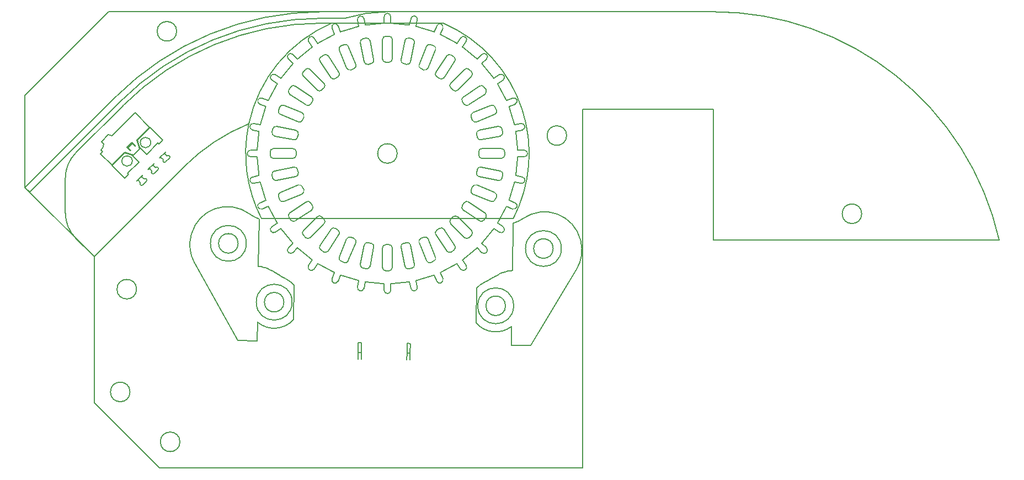
<source format=gbr>
%TF.GenerationSoftware,KiCad,Pcbnew,5.1.7+dfsg1-1~bpo10+1*%
%TF.CreationDate,2020-11-15T21:32:18+00:00*%
%TF.ProjectId,mobo,6d6f626f-2e6b-4696-9361-645f70636258,rev?*%
%TF.SameCoordinates,Original*%
%TF.FileFunction,Other,ECO1*%
%FSLAX45Y45*%
G04 Gerber Fmt 4.5, Leading zero omitted, Abs format (unit mm)*
G04 Created by KiCad (PCBNEW 5.1.7+dfsg1-1~bpo10+1) date 2020-11-15 21:32:18*
%MOMM*%
%LPD*%
G01*
G04 APERTURE LIST*
%TA.AperFunction,Profile*%
%ADD10C,0.200000*%
%TD*%
%ADD11C,0.200000*%
G04 APERTURE END LIST*
D10*
X10078686Y-16898000D02*
G75*
G03*
X10078686Y-16898000I-150000J0D01*
G01*
X9313000Y-16132314D02*
G75*
G03*
X9313000Y-16132314I-150000J0D01*
G01*
X18263000Y-11798000D02*
X16263000Y-11798000D01*
X18263000Y-13798000D02*
X18263000Y-11798000D01*
X10029424Y-10598000D02*
G75*
G03*
X10029424Y-10598000I-150000J0D01*
G01*
X20541427Y-13398000D02*
G75*
G03*
X20541427Y-13398000I-150000J0D01*
G01*
X8984826Y-10298000D02*
X18263000Y-10298000D01*
X7702340Y-11580485D02*
X8984826Y-10298000D01*
X10972211Y-13852451D02*
G75*
G03*
X10972211Y-13852451I-150000J0D01*
G01*
X15074964Y-14810514D02*
G75*
G03*
X15074964Y-14810514I-150000J0D01*
G01*
X11675420Y-14754866D02*
G75*
G03*
X11675420Y-14754866I-150000J0D01*
G01*
X16263000Y-17298000D02*
X9763000Y-17298000D01*
X16263000Y-11798000D02*
X16263000Y-17298000D01*
X13413000Y-12473000D02*
G75*
G03*
X13413000Y-12473000I-150000J0D01*
G01*
X9413000Y-14555359D02*
G75*
G03*
X9413000Y-14555359I-150000J0D01*
G01*
X7702340Y-12994699D02*
X7702340Y-11580485D01*
X8763000Y-14055359D02*
X7702340Y-12994699D01*
X15807333Y-13931598D02*
G75*
G03*
X15807333Y-13931598I-150000J0D01*
G01*
X8763000Y-16298000D02*
X8763000Y-14055359D01*
X9763000Y-17298000D02*
X8763000Y-16298000D01*
X22650482Y-13798000D02*
X18263000Y-13798000D01*
X18263000Y-10298000D02*
G75*
G02*
X22650482Y-13798000I0J-4500000D01*
G01*
X16013000Y-12198000D02*
G75*
G03*
X16013000Y-12198000I-150000J0D01*
G01*
D11*
X18263035Y-11797486D02*
X16263035Y-11797486D01*
X18263035Y-13797485D02*
X18263035Y-11797486D01*
X22650518Y-13797485D02*
X18263035Y-13797485D01*
X18263036Y-10297485D02*
G75*
G02*
X22650518Y-13797485I0J-4500000D01*
G01*
X8984861Y-10297486D02*
X18263035Y-10297486D01*
X9365409Y-12497622D02*
X9232826Y-12453427D01*
X9460868Y-12402162D02*
X9365409Y-12497622D01*
X9416674Y-12269580D02*
X9460868Y-12402162D01*
X9614664Y-12071590D02*
X9416674Y-12269580D01*
X9388390Y-11845316D02*
X9614664Y-12071590D01*
X9034836Y-12198869D02*
X9388390Y-11845316D01*
X8979047Y-12187628D02*
X9034836Y-12198869D01*
X8875598Y-12291078D02*
X8979047Y-12187628D01*
X14935586Y-13138219D02*
X14916452Y-13184413D01*
X14908526Y-13072891D02*
G75*
G02*
X14935586Y-13138219I-19134J-46194D01*
G01*
X14631362Y-12958086D02*
X14908526Y-13072891D01*
X14566034Y-12985145D02*
G75*
G02*
X14631362Y-12958086I46194J-19134D01*
G01*
X14546900Y-13031339D02*
X14566034Y-12985145D01*
X14573960Y-13096667D02*
G75*
G02*
X14546900Y-13031339I19134J46194D01*
G01*
X14851123Y-13211472D02*
X14573960Y-13096667D01*
X14916452Y-13184413D02*
G75*
G02*
X14851123Y-13211472I-46194J19134D01*
G01*
X15063035Y-12447485D02*
X15063035Y-12497485D01*
X15013035Y-12397485D02*
G75*
G02*
X15063035Y-12447485I0J-50000D01*
G01*
X14713035Y-12397485D02*
X15013035Y-12397485D01*
X14663035Y-12447485D02*
G75*
G02*
X14713035Y-12397485I50000J0D01*
G01*
X14663035Y-12497485D02*
X14663035Y-12447485D01*
X14713035Y-12547485D02*
G75*
G02*
X14663035Y-12497485I0J50000D01*
G01*
X15013035Y-12547485D02*
X14713035Y-12547485D01*
X15063035Y-12497485D02*
G75*
G02*
X15013035Y-12547485I-50000J0D01*
G01*
X14916452Y-11760558D02*
X14935586Y-11806752D01*
X14851123Y-11733499D02*
G75*
G02*
X14916452Y-11760558I19134J-46194D01*
G01*
X14573960Y-11848304D02*
X14851123Y-11733499D01*
X14546900Y-11913632D02*
G75*
G02*
X14573960Y-11848304I46194J19134D01*
G01*
X14566034Y-11959826D02*
X14546900Y-11913632D01*
X14631362Y-11986886D02*
G75*
G02*
X14566034Y-11959826I-19134J46194D01*
G01*
X14908526Y-11872080D02*
X14631362Y-11986885D01*
X14935586Y-11806752D02*
G75*
G02*
X14908526Y-11872080I-46194J-19134D01*
G01*
X14518150Y-11182016D02*
X14553505Y-11217371D01*
X14447439Y-11182016D02*
G75*
G02*
X14518150Y-11182016I35355J-35355D01*
G01*
X14235307Y-11394148D02*
X14447439Y-11182016D01*
X14235307Y-11464858D02*
G75*
G02*
X14235307Y-11394148I35355J35355D01*
G01*
X14270663Y-11500214D02*
X14235307Y-11464858D01*
X14341373Y-11500214D02*
G75*
G02*
X14270663Y-11500214I-35355J35355D01*
G01*
X14553505Y-11288082D02*
X14341373Y-11500214D01*
X14553505Y-11217371D02*
G75*
G02*
X14553505Y-11288082I-35355J-35355D01*
G01*
X13928769Y-10799935D02*
X13974963Y-10819070D01*
X13863441Y-10826995D02*
G75*
G02*
X13928769Y-10799935I46194J-19134D01*
G01*
X13748636Y-11104159D02*
X13863441Y-10826995D01*
X13775695Y-11169487D02*
G75*
G02*
X13748636Y-11104159I19134J46194D01*
G01*
X13821889Y-11188621D02*
X13775695Y-11169487D01*
X13887217Y-11161562D02*
G75*
G02*
X13821889Y-11188621I-46194J19134D01*
G01*
X14002022Y-10884398D02*
X13887217Y-11161562D01*
X13974963Y-10819070D02*
G75*
G02*
X14002022Y-10884398I-19134J-46194D01*
G01*
X13238036Y-10672486D02*
X13288036Y-10672486D01*
X13188036Y-10722486D02*
G75*
G02*
X13238036Y-10672486I50000J0D01*
G01*
X13188036Y-11022486D02*
X13188036Y-10722486D01*
X13238036Y-11072486D02*
G75*
G02*
X13188036Y-11022486I0J50000D01*
G01*
X13288036Y-11072486D02*
X13238036Y-11072486D01*
X13338036Y-11022486D02*
G75*
G02*
X13288036Y-11072486I-50000J0D01*
G01*
X7702375Y-11579971D02*
X8984861Y-10297486D01*
X7702375Y-12994185D02*
X7702375Y-11579971D01*
X8763036Y-14054845D02*
X7702375Y-12994185D01*
X8763036Y-16297485D02*
X8763036Y-14054845D01*
X9763036Y-17297485D02*
X8763036Y-16297485D01*
X16263035Y-17297485D02*
X9763036Y-17297485D01*
X16263035Y-11797486D02*
X16263035Y-17297485D01*
X9313036Y-16131800D02*
G75*
G03*
X9313036Y-16131800I-150000J0D01*
G01*
X10029459Y-10597486D02*
G75*
G03*
X10029459Y-10597486I-150000J0D01*
G01*
X10078721Y-16897485D02*
G75*
G03*
X10078721Y-16897485I-150000J0D01*
G01*
X9413036Y-14554845D02*
G75*
G03*
X9413036Y-14554845I-150000J0D01*
G01*
X20541463Y-13397485D02*
G75*
G03*
X20541463Y-13397485I-150000J0D01*
G01*
X16013035Y-12197486D02*
G75*
G03*
X16013035Y-12197486I-150000J0D01*
G01*
X13413036Y-12472485D02*
G75*
G03*
X13413036Y-12472485I-150000J0D01*
G01*
X15807368Y-13931084D02*
G75*
G03*
X15807368Y-13931084I-150000J0D01*
G01*
X9348182Y-12587778D02*
G75*
G03*
X9348182Y-12587778I-80000J0D01*
G01*
X9341681Y-12498643D02*
X9448494Y-12605455D01*
X9233553Y-12462600D02*
X9341681Y-12498643D01*
X9039786Y-12656367D02*
X9233553Y-12462600D01*
X9232826Y-12849407D02*
X9039786Y-12656367D01*
X9289395Y-12792839D02*
X9232826Y-12849407D01*
X9275253Y-12778696D02*
X9289395Y-12792839D01*
X9448494Y-12605455D02*
X9275253Y-12778696D01*
X9631024Y-12304935D02*
G75*
G03*
X9631024Y-12304935I-80000J0D01*
G01*
X9619614Y-12076539D02*
X9812654Y-12269580D01*
X9425847Y-12270306D02*
X9619614Y-12076539D01*
X9461889Y-12378435D02*
X9425847Y-12270306D01*
X11800455Y-14754352D02*
G75*
G03*
X11800455Y-14754352I-275000J0D01*
G01*
X11097246Y-13851937D02*
G75*
G03*
X11097246Y-13851937I-275000J0D01*
G01*
X11285452Y-14204977D02*
X11284416Y-14204898D01*
X11409974Y-14233304D02*
X11390101Y-14226268D01*
X11390101Y-14226268D02*
X11368599Y-14219726D01*
X11368599Y-14219726D02*
X11345490Y-14213951D01*
X11345490Y-14213951D02*
X11325023Y-14209919D01*
X11325023Y-14209919D02*
X11303469Y-14206764D01*
X11303469Y-14206764D02*
X11285452Y-14204977D01*
X10258613Y-13701184D02*
X10253327Y-13719695D01*
X10258613Y-13701184D02*
G75*
G02*
X11145790Y-13399533I548089J-156519D01*
G01*
X11296310Y-13478292D02*
G75*
G02*
X11145790Y-13399533I176669J520853D01*
G01*
X11284416Y-14204898D02*
X11296310Y-13478292D01*
X11617545Y-13072891D02*
X11894709Y-12958086D01*
X11590485Y-13138219D02*
G75*
G02*
X11617545Y-13072891I46194J19134D01*
G01*
X12007921Y-13762955D02*
X11972566Y-13727600D01*
X12078632Y-13762955D02*
G75*
G02*
X12007921Y-13762955I-35355J35355D01*
G01*
X12078632Y-11182016D02*
X12290764Y-11394148D01*
X12007921Y-11182016D02*
G75*
G02*
X12078632Y-11182016I35355J-35355D01*
G01*
X11590485Y-11806752D02*
X11609619Y-11760558D01*
X11617545Y-11872080D02*
G75*
G02*
X11590485Y-11806752I19134J46194D01*
G01*
X11894709Y-11986885D02*
X11617545Y-11872080D01*
X11960037Y-11959826D02*
G75*
G02*
X11894709Y-11986885I-46194J19134D01*
G01*
X11979171Y-11913632D02*
X11960037Y-11959826D01*
X11952111Y-11848304D02*
G75*
G02*
X11979171Y-11913632I-19134J-46194D01*
G01*
X11674948Y-11733499D02*
X11952111Y-11848304D01*
X11609619Y-11760558D02*
G75*
G02*
X11674948Y-11733499I46194J-19134D01*
G01*
X11463036Y-12497485D02*
X11463036Y-12447485D01*
X11513036Y-12547485D02*
G75*
G02*
X11463036Y-12497485I0J50000D01*
G01*
X11813036Y-12547485D02*
X11513036Y-12547485D01*
X11863036Y-12497485D02*
G75*
G02*
X11813036Y-12547485I-50000J0D01*
G01*
X11863036Y-12447485D02*
X11863036Y-12497485D01*
X11813036Y-12397485D02*
G75*
G02*
X11863036Y-12447485I0J-50000D01*
G01*
X11513036Y-12397485D02*
X11813036Y-12397485D01*
X11463036Y-12447485D02*
G75*
G02*
X11513036Y-12397485I50000J0D01*
G01*
X11609619Y-13184413D02*
X11590485Y-13138219D01*
X11674948Y-13211472D02*
G75*
G02*
X11609619Y-13184413I-19134J46194D01*
G01*
X11952111Y-13096667D02*
X11674948Y-13211472D01*
X11979171Y-13031339D02*
G75*
G02*
X11952111Y-13096667I-46194J-19134D01*
G01*
X11960037Y-12985145D02*
X11979171Y-13031339D01*
X11894709Y-12958085D02*
G75*
G02*
X11960037Y-12985145I19134J-46194D01*
G01*
X13188035Y-13922485D02*
G75*
G02*
X13238035Y-13872485I50000J0D01*
G01*
X13188035Y-14222485D02*
X13188035Y-13922485D01*
X13238035Y-14272485D02*
G75*
G02*
X13188035Y-14222485I0J50000D01*
G01*
X13974963Y-14125901D02*
X13928769Y-14145036D01*
X14002022Y-14060573D02*
G75*
G02*
X13974963Y-14125901I-46194J-19134D01*
G01*
X13887217Y-13783410D02*
X14002022Y-14060573D01*
X13821889Y-13756350D02*
G75*
G02*
X13887217Y-13783410I19134J-46194D01*
G01*
X13775695Y-13775484D02*
X13821889Y-13756350D01*
X13748636Y-13840812D02*
G75*
G02*
X13775695Y-13775484I46194J19134D01*
G01*
X13863441Y-14117976D02*
X13748636Y-13840812D01*
X8763036Y-14054845D02*
X8482185Y-13773994D01*
X10141715Y-12676165D02*
X8763036Y-14054845D01*
X10141715Y-12676165D02*
G75*
G02*
X11136234Y-12017141I2121320J-2121320D01*
G01*
X11136234Y-12017141D02*
G75*
G02*
X12408269Y-10472486I2126802J-455345D01*
G01*
X12263035Y-10472486D02*
X12408269Y-10472486D01*
X9204799Y-11739249D02*
G75*
G02*
X12263035Y-10472486I3058237J-3058237D01*
G01*
X8482185Y-12461862D02*
X9204799Y-11739249D01*
X8321094Y-12850771D02*
G75*
G02*
X8482185Y-12461862I550000J0D01*
G01*
X8321094Y-13385086D02*
X8321094Y-12850771D01*
X8482185Y-13773994D02*
G75*
G02*
X8321094Y-13385086I388909J388909D01*
G01*
X9568702Y-12485247D02*
X9461889Y-12378435D01*
X9741943Y-12312006D02*
X9568702Y-12485247D01*
X9756085Y-12326148D02*
X9741943Y-12312006D01*
X9812654Y-12269580D02*
X9756085Y-12326148D01*
X9856733Y-12452277D02*
G75*
G02*
X9850999Y-12478722I-23412J-8768D01*
G01*
X9882818Y-12510542D02*
X9850999Y-12478722D01*
X9794430Y-12535291D02*
X9826250Y-12567110D01*
X9794430Y-12535291D02*
G75*
G02*
X9767985Y-12541025I-17678J17678D01*
G01*
X9856733Y-12452277D02*
X9767985Y-12541025D01*
X9617653Y-12712067D02*
G75*
G02*
X9591208Y-12717802I-17678J17678D01*
G01*
X9649473Y-12743887D02*
X9617653Y-12712067D01*
X9684829Y-12779242D02*
G75*
G02*
X9649473Y-12743887I-17678J17678D01*
G01*
X9741397Y-12722674D02*
X9684829Y-12779242D01*
X9706042Y-12687319D02*
G75*
G02*
X9741397Y-12722674I17678J-17678D01*
G01*
X9674222Y-12655499D02*
X9706042Y-12687319D01*
X9679956Y-12629054D02*
G75*
G02*
X9674222Y-12655499I-23412J-8768D01*
G01*
X9591208Y-12717802D02*
X9679956Y-12629054D01*
X9503180Y-12805830D02*
G75*
G02*
X9497445Y-12832275I-23412J-8768D01*
G01*
X9529265Y-12864095D02*
X9497445Y-12832275D01*
X9529265Y-12864095D02*
G75*
G02*
X9564620Y-12899451I17678J-17678D01*
G01*
X9508052Y-12956019D02*
X9564620Y-12899451D01*
X9508052Y-12956019D02*
G75*
G02*
X9472696Y-12920664I-17678J17678D01*
G01*
X9440877Y-12888844D02*
X9472696Y-12920664D01*
X9440877Y-12888844D02*
G75*
G02*
X9414431Y-12894579I-17678J17678D01*
G01*
X9503180Y-12805830D02*
X9414431Y-12894579D01*
X8482185Y-12461862D02*
X9204799Y-11739249D01*
X9324750Y-12432214D02*
G75*
G02*
X9317679Y-12432214I-3536J3536D01*
G01*
X9282324Y-12389788D02*
X9324750Y-12432214D01*
X9353034Y-12319077D02*
X9282324Y-12389788D01*
X9395461Y-12361503D02*
X9353034Y-12319077D01*
X9395461Y-12354432D02*
G75*
G02*
X9395461Y-12361503I-3536J-3536D01*
G01*
X9342428Y-12301399D02*
X9395461Y-12354432D01*
X9264646Y-12379181D02*
X9342428Y-12301399D01*
X9317679Y-12432214D02*
X9264646Y-12379181D01*
X9232826Y-12453427D02*
X9034836Y-12651417D01*
X11675455Y-14754352D02*
G75*
G03*
X11675455Y-14754352I-150000J0D01*
G01*
X13338036Y-10722486D02*
X13338036Y-11022486D01*
X13288036Y-10672486D02*
G75*
G02*
X13338036Y-10722486I0J-50000D01*
G01*
X12551108Y-10819070D02*
X12597302Y-10799935D01*
X12524049Y-10884398D02*
G75*
G02*
X12551108Y-10819070I46194J19134D01*
G01*
X12638854Y-11161562D02*
X12524049Y-10884398D01*
X12704182Y-11188621D02*
G75*
G02*
X12638854Y-11161562I-19134J46194D01*
G01*
X12750376Y-11169487D02*
X12704182Y-11188621D01*
X12777436Y-11104159D02*
G75*
G02*
X12750376Y-11169487I-46194J-19134D01*
G01*
X12662630Y-10826995D02*
X12777435Y-11104159D01*
X12597302Y-10799935D02*
G75*
G02*
X12662630Y-10826995I19134J-46194D01*
G01*
X11972566Y-11217371D02*
X12007921Y-11182016D01*
X11972566Y-11288082D02*
G75*
G02*
X11972566Y-11217371I35355J35355D01*
G01*
X12184698Y-11500214D02*
X11972566Y-11288082D01*
X12255408Y-11500214D02*
G75*
G02*
X12184698Y-11500214I-35355J35355D01*
G01*
X12290764Y-11464858D02*
X12255408Y-11500214D01*
X12290764Y-11394148D02*
G75*
G02*
X12290764Y-11464858I-35355J-35355D01*
G01*
X14332255Y-14162683D02*
X14388160Y-14246350D01*
X14332255Y-14162683D02*
G75*
G02*
X14074357Y-14300533I-1069220J1690198D01*
G01*
X14112865Y-14393498D02*
X14074357Y-14300533D01*
X14112865Y-14393498D02*
G75*
G02*
X14020477Y-14431767I-46194J-19134D01*
G01*
X13981969Y-14338801D02*
X14020477Y-14431767D01*
X13981969Y-14338801D02*
G75*
G02*
X13702133Y-14423688I-718934J1866316D01*
G01*
X13721764Y-14522380D02*
X13702133Y-14423688D01*
X13721764Y-14522380D02*
G75*
G02*
X13623686Y-14541889I-49039J-9755D01*
G01*
X13604055Y-14443197D02*
X13623686Y-14541889D01*
X13604055Y-14443197D02*
G75*
G02*
X13313036Y-14471860I-341019J1970712D01*
G01*
X13313035Y-14572485D02*
X13313036Y-14471860D01*
X13313035Y-14572485D02*
G75*
G02*
X13213035Y-14572485I-50000J0D01*
G01*
X13213036Y-14471860D02*
X13213035Y-14572485D01*
X13213035Y-14471860D02*
G75*
G02*
X12922016Y-14443197I50000J1999375D01*
G01*
X12902385Y-14541889D02*
X12922016Y-14443197D01*
X11972566Y-13727600D02*
G75*
G02*
X11972566Y-13656889I35355J35355D01*
G01*
X12597302Y-14145036D02*
X12551108Y-14125901D01*
X12662630Y-14117976D02*
G75*
G02*
X12597302Y-14145036I-46194J19134D01*
G01*
X12777435Y-13840812D02*
X12662630Y-14117976D01*
X12750376Y-13775484D02*
G75*
G02*
X12777435Y-13840812I-19134J-46194D01*
G01*
X12704182Y-13756350D02*
X12750376Y-13775484D01*
X12638854Y-13783409D02*
G75*
G02*
X12704182Y-13756350I46194J-19134D01*
G01*
X12524049Y-14060573D02*
X12638854Y-13783410D01*
X12551108Y-14125901D02*
G75*
G02*
X12524049Y-14060573I19134J46194D01*
G01*
X11536453Y-14297329D02*
X11517276Y-14285944D01*
X11517276Y-14285944D02*
X11498002Y-14274952D01*
X11498002Y-14274952D02*
X11478550Y-14264434D01*
X11478550Y-14264434D02*
X11458837Y-14254470D01*
X11458837Y-14254470D02*
X11438782Y-14245142D01*
X11438782Y-14245142D02*
X11418303Y-14236530D01*
X11418303Y-14236530D02*
X11409974Y-14233304D01*
X11704601Y-14396711D02*
X11682923Y-14385430D01*
X11682923Y-14385430D02*
X11661478Y-14373527D01*
X11661478Y-14373527D02*
X11640242Y-14361149D01*
X11640242Y-14361149D02*
X11619195Y-14348446D01*
X11619195Y-14348446D02*
X11598314Y-14335563D01*
X11598314Y-14335563D02*
X11577578Y-14322651D01*
X11577578Y-14322651D02*
X11556965Y-14309857D01*
X11556965Y-14309857D02*
X11536453Y-14297329D01*
X11704601Y-14396711D02*
G75*
G02*
X11829745Y-14494722I-179146J-357641D01*
G01*
X11821085Y-15023802D02*
X11829745Y-14494722D01*
X11821085Y-15023802D02*
G75*
G02*
X11270378Y-15062468I-295630J269450D01*
G01*
X11265669Y-15350180D02*
X11270378Y-15062468D01*
X8859474Y-12476055D02*
X8890587Y-12444942D01*
X9034836Y-12651417D02*
X8859474Y-12476055D01*
X12263035Y-10397486D02*
X12611115Y-10397486D01*
X9151766Y-11686216D02*
G75*
G02*
X12263035Y-10397486I3111270J-3111270D01*
G01*
X7773086Y-13064895D02*
X9151766Y-11686216D01*
X7702375Y-12994185D02*
X7773086Y-13064895D01*
X9081055Y-11615505D02*
X7702375Y-12994185D01*
X9081055Y-11615505D02*
G75*
G02*
X12263035Y-10297486I3181980J-3181980D01*
G01*
X13263036Y-10297486D02*
X12263035Y-10297486D01*
X12611115Y-10397486D02*
G75*
G02*
X13263036Y-10297486I651920J-2075000D01*
G01*
X14712162Y-11094069D02*
G75*
G02*
X14897676Y-11320119I-1449127J-1378416D01*
G01*
X14981343Y-11264215D02*
X14897676Y-11320119D01*
X14981343Y-11264215D02*
G75*
G02*
X15036900Y-11347361I27779J-41573D01*
G01*
X14953233Y-11403266D02*
X15036900Y-11347361D01*
X14953233Y-11403266D02*
G75*
G02*
X15091083Y-11661164I-1690198J-1069220D01*
G01*
X15184048Y-11622656D02*
X15091083Y-11661164D01*
X15184048Y-11622656D02*
G75*
G02*
X15222317Y-11715044I19134J-46194D01*
G01*
X15129351Y-11753552D02*
X15222317Y-11715044D01*
X15129351Y-11753552D02*
G75*
G02*
X15214238Y-12033388I-1866316J-718934D01*
G01*
X15312930Y-12013757D02*
X15214238Y-12033388D01*
X15312930Y-12013757D02*
G75*
G02*
X15332439Y-12111835I9755J-49039D01*
G01*
X15233747Y-12131466D02*
X15332439Y-12111835D01*
X15233748Y-12131466D02*
G75*
G02*
X15262410Y-12422485I-1970712J-341019D01*
G01*
X15363035Y-12422485D02*
X15262410Y-12422485D01*
X15363035Y-12422485D02*
G75*
G02*
X15363035Y-12522485I0J-50000D01*
G01*
X15262410Y-12522485D02*
X15363035Y-12522485D01*
X8909496Y-12324976D02*
X8875598Y-12291078D01*
X8909496Y-12324976D02*
G75*
G02*
X8868556Y-12422911I-156795J8020D01*
G01*
X8890587Y-12444942D02*
X8868556Y-12422911D01*
X12290764Y-13550823D02*
X12078632Y-13762955D01*
X12290764Y-13480113D02*
G75*
G02*
X12290764Y-13550823I-35355J-35355D01*
G01*
X12255408Y-13444757D02*
X12290764Y-13480113D01*
X12184698Y-13444757D02*
G75*
G02*
X12255408Y-13444757I35355J-35355D01*
G01*
X11972566Y-13656889D02*
X12184698Y-13444757D01*
X14641452Y-13921612D02*
X14712604Y-13992765D01*
X14641452Y-13921612D02*
G75*
G02*
X14415402Y-14107126I-1378416J1449127D01*
G01*
X14471306Y-14190793D02*
X14415402Y-14107126D01*
X14471306Y-14190793D02*
G75*
G02*
X14388160Y-14246350I-41573J-27779D01*
G01*
X10972246Y-13851937D02*
G75*
G03*
X10972246Y-13851937I-150000J0D01*
G01*
X10965709Y-15345270D02*
X11265669Y-15350180D01*
X10303183Y-14153096D02*
X10965709Y-15345270D01*
X10303183Y-14153096D02*
G75*
G02*
X10253327Y-13719695I498233J276883D01*
G01*
X13413036Y-12472485D02*
G75*
G03*
X13413036Y-12472485I-150000J0D01*
G01*
X13288035Y-14272485D02*
X13238035Y-14272485D01*
X13338035Y-14222485D02*
G75*
G02*
X13288035Y-14272485I-50000J0D01*
G01*
X13338035Y-13922485D02*
X13338035Y-14222485D01*
X13288035Y-13872485D02*
G75*
G02*
X13338035Y-13922485I0J-50000D01*
G01*
X13238035Y-13872485D02*
X13288035Y-13872485D01*
X15214238Y-12911583D02*
X15312930Y-12931214D01*
X15214239Y-12911583D02*
G75*
G02*
X15129351Y-13191419I-1951203J439098D01*
G01*
X15222317Y-13229927D02*
X15129351Y-13191419D01*
X15222317Y-13229927D02*
G75*
G02*
X15184048Y-13322315I-19134J-46194D01*
G01*
X15091083Y-13283807D02*
X15184048Y-13322315D01*
X15091083Y-13283807D02*
G75*
G02*
X14953233Y-13541705I-1828047J811322D01*
G01*
X15036900Y-13597610D02*
X14953233Y-13541705D01*
X15036900Y-13597609D02*
G75*
G02*
X14981343Y-13680756I-27779J-41574D01*
G01*
X14897676Y-13624852D02*
X14981343Y-13680756D01*
X14897676Y-13624852D02*
G75*
G02*
X14712162Y-13850902I-1634641J1152367D01*
G01*
X14783315Y-13922054D02*
X14712162Y-13850902D01*
X14783315Y-13922054D02*
G75*
G02*
X14712604Y-13992765I-35355J-35355D01*
G01*
X13928769Y-14145036D02*
G75*
G02*
X13863441Y-14117976I-19134J46194D01*
G01*
X14553505Y-13727600D02*
X14518150Y-13762955D01*
X14553505Y-13656889D02*
G75*
G02*
X14553505Y-13727600I-35355J-35355D01*
G01*
X14341373Y-13444757D02*
X14553505Y-13656889D01*
X14270663Y-13444757D02*
G75*
G02*
X14341373Y-13444757I35355J-35355D01*
G01*
X14235307Y-13480113D02*
X14270663Y-13444757D01*
X14235307Y-13550823D02*
G75*
G02*
X14235307Y-13480113I35355J35355D01*
G01*
X14447439Y-13762955D02*
X14235307Y-13550823D01*
X14518150Y-13762955D02*
G75*
G02*
X14447439Y-13762955I-35355J35355D01*
G01*
X9882818Y-12510542D02*
G75*
G02*
X9918174Y-12545897I17678J-17678D01*
G01*
X9861605Y-12602466D02*
X9918174Y-12545897D01*
X9861605Y-12602466D02*
G75*
G02*
X9826250Y-12567110I-17678J17678D01*
G01*
X15262410Y-12522486D02*
G75*
G02*
X15233747Y-12813505I-1999375J50000D01*
G01*
X15332439Y-12833136D02*
X15233747Y-12813505D01*
X15332439Y-12833136D02*
G75*
G02*
X15312930Y-12931214I-9755J-49039D01*
G01*
X13213036Y-10372486D02*
X13213035Y-10473111D01*
X13213036Y-10372486D02*
G75*
G02*
X13313036Y-10372486I50000J0D01*
G01*
X13313035Y-10473111D02*
X13313036Y-10372486D01*
X13313036Y-10473111D02*
G75*
G02*
X13604055Y-10501774I-50000J-1999375D01*
G01*
X13623686Y-10403082D02*
X13604055Y-10501774D01*
X13623686Y-10403082D02*
G75*
G02*
X13721764Y-10422591I49039J-9755D01*
G01*
X13702133Y-10521283D02*
X13721764Y-10422591D01*
X14415402Y-10837845D02*
X14471306Y-10754178D01*
X14415402Y-10837845D02*
G75*
G02*
X14641452Y-11023359I-1152367J-1634641D01*
G01*
X14712604Y-10952206D02*
X14641452Y-11023359D01*
X14712604Y-10952206D02*
G75*
G02*
X14783315Y-11022917I35355J-35355D01*
G01*
X14712162Y-11094069D02*
X14783315Y-11022917D01*
X13702133Y-10521283D02*
G75*
G02*
X13981969Y-10606170I-439098J-1951203D01*
G01*
X14020477Y-10513204D02*
X13981969Y-10606170D01*
X14020477Y-10513204D02*
G75*
G02*
X14112865Y-10551473I46194J-19134D01*
G01*
X14074357Y-10644438D02*
X14112865Y-10551473D01*
X14074357Y-10644438D02*
G75*
G02*
X14332255Y-10782288I-811322J-1828047D01*
G01*
X14388160Y-10698621D02*
X14332255Y-10782288D01*
X14388159Y-10698621D02*
G75*
G02*
X14471306Y-10754178I41574J-27779D01*
G01*
X12865454Y-15376367D02*
X12862999Y-15526347D01*
X12815461Y-15375549D02*
X12865454Y-15376367D01*
X12813006Y-15525529D02*
X12815461Y-15375549D01*
X12862999Y-15526347D02*
X12813006Y-15525529D01*
X13615354Y-15388642D02*
X13612899Y-15538622D01*
X13565361Y-15387824D02*
X13615354Y-15388642D01*
X13562905Y-15537804D02*
X13565361Y-15387824D01*
X13612899Y-15538622D02*
X13562905Y-15537804D01*
X13562905Y-15537804D02*
X13612899Y-15538622D01*
X13561269Y-15637791D02*
X13562905Y-15537804D01*
X13612899Y-15538622D02*
X13562905Y-15537804D01*
X13612899Y-15538622D02*
X13611262Y-15638609D01*
X12813006Y-15525529D02*
X12862999Y-15526347D01*
X12811369Y-15625515D02*
X12813006Y-15525529D01*
X12862999Y-15526347D02*
X12813006Y-15525529D01*
X12862999Y-15526347D02*
X12861363Y-15626334D01*
X15932368Y-13931084D02*
G75*
G03*
X15932368Y-13931084I-275000J0D01*
G01*
X15200000Y-14810000D02*
G75*
G03*
X15200000Y-14810000I-275000J0D01*
G01*
X15169856Y-15126300D02*
G75*
G02*
X14620710Y-15069630I-244856J316300D01*
G01*
X14629370Y-14540550D02*
X14620710Y-15069630D01*
X14629370Y-14540550D02*
G75*
G02*
X14757656Y-14446687I295630J-269450D01*
G01*
X14929281Y-14352685D02*
X14908330Y-14364554D01*
X14908330Y-14364554D02*
X14887269Y-14376688D01*
X14887269Y-14376688D02*
X14866083Y-14388938D01*
X14866083Y-14388938D02*
X14844754Y-14401153D01*
X14844754Y-14401153D02*
X14823263Y-14413185D01*
X14823263Y-14413185D02*
X14801595Y-14424885D01*
X14801595Y-14424885D02*
X14779732Y-14436102D01*
X14779732Y-14436102D02*
X14757656Y-14446687D01*
X15048326Y-14296221D02*
X15029005Y-14303612D01*
X15029005Y-14303612D02*
X15010037Y-14311637D01*
X15010037Y-14311637D02*
X14991364Y-14320225D01*
X14991364Y-14320225D02*
X14972925Y-14329306D01*
X14972925Y-14329306D02*
X14954663Y-14338808D01*
X14954663Y-14338808D02*
X14936519Y-14348661D01*
X14936519Y-14348661D02*
X14929281Y-14352685D01*
X15182854Y-14268775D02*
X15158886Y-14270530D01*
X15158886Y-14270530D02*
X15135985Y-14273477D01*
X15135985Y-14273477D02*
X15114167Y-14277443D01*
X15114167Y-14277443D02*
X15093451Y-14282254D01*
X15093451Y-14282254D02*
X15073852Y-14287740D01*
X15073852Y-14287740D02*
X15051834Y-14294967D01*
X15051834Y-14294967D02*
X15048326Y-14296221D01*
X15183894Y-14268729D02*
X15182854Y-14268775D01*
X15195788Y-13542124D02*
X15183894Y-14268729D01*
X15348805Y-13468333D02*
G75*
G02*
X15195788Y-13542124I-312545J452566D01*
G01*
X15348805Y-13468333D02*
G75*
G02*
X16225633Y-13798860I323910J-469023D01*
G01*
X16230311Y-13817534D02*
X16225633Y-13798860D01*
X16230311Y-13817534D02*
G75*
G02*
X16166296Y-14249071I-552919J-138496D01*
G01*
X15465106Y-15418921D02*
X16166296Y-14249071D01*
X15165146Y-15414011D02*
X15465106Y-15418921D01*
X15169856Y-15126300D02*
X15165146Y-15414011D01*
X11136234Y-12017141D02*
G75*
G02*
X12408269Y-10472486I2126802J-455345D01*
G01*
X11331553Y-13472486D02*
G75*
G02*
X11136234Y-12017141I1931483J1000000D01*
G01*
X15194518Y-13472485D02*
X11331553Y-13472485D01*
X15330643Y-11797486D02*
G75*
G02*
X15194518Y-13472485I-2067607J-675000D01*
G01*
X14117802Y-10472485D02*
G75*
G02*
X15330643Y-11797485I-854766J-2000000D01*
G01*
X12408269Y-10472486D02*
X14117802Y-10472486D01*
X13413036Y-12472485D02*
G75*
G03*
X13413036Y-12472485I-150000J0D01*
G01*
X12936393Y-14242776D02*
X12887353Y-14233022D01*
X12995186Y-14203491D02*
G75*
G02*
X12936393Y-14242776I-49039J9755D01*
G01*
X13053713Y-13909256D02*
X12995186Y-14203491D01*
X13014429Y-13850462D02*
G75*
G02*
X13053713Y-13909256I-9755J-49039D01*
G01*
X12965389Y-13840708D02*
X13014429Y-13850462D01*
X12906596Y-13879992D02*
G75*
G02*
X12965389Y-13840708I49039J-9755D01*
G01*
X12848069Y-14174228D02*
X12906596Y-13879992D01*
X12887353Y-14233022D02*
G75*
G02*
X12848069Y-14174228I9755J49039D01*
G01*
X12283796Y-13983020D02*
X12242222Y-13955241D01*
X12353148Y-13969225D02*
G75*
G02*
X12283796Y-13983020I-41574J27779D01*
G01*
X12519819Y-13719784D02*
X12353148Y-13969225D01*
X12506024Y-13650432D02*
G75*
G02*
X12519819Y-13719784I-27779J-41573D01*
G01*
X12464450Y-13622654D02*
X12506024Y-13650432D01*
X12395099Y-13636449D02*
G75*
G02*
X12464450Y-13622654I41573J-27779D01*
G01*
X12228427Y-13885889D02*
X12395098Y-13636449D01*
X12242222Y-13955241D02*
G75*
G02*
X12228427Y-13885889I27779J41574D01*
G01*
X11780279Y-13493299D02*
X11752501Y-13451725D01*
X11849631Y-13507094D02*
G75*
G02*
X11780279Y-13493299I-27779J41574D01*
G01*
X12099072Y-13340423D02*
X11849631Y-13507094D01*
X12112867Y-13271071D02*
G75*
G02*
X12099072Y-13340423I-41574J-27779D01*
G01*
X12085089Y-13229497D02*
X12112867Y-13271071D01*
X12015737Y-13215702D02*
G75*
G02*
X12085089Y-13229497I27779J-41573D01*
G01*
X11766296Y-13382373D02*
X12015737Y-13215702D01*
X11752501Y-13451725D02*
G75*
G02*
X11766296Y-13382373I41574J27779D01*
G01*
X11502499Y-12848168D02*
X11492745Y-12799128D01*
X11561293Y-12887452D02*
G75*
G02*
X11502499Y-12848168I-9755J49039D01*
G01*
X11855529Y-12828925D02*
X11561293Y-12887452D01*
X11894813Y-12770132D02*
G75*
G02*
X11855529Y-12828925I-49039J-9755D01*
G01*
X11885059Y-12721092D02*
X11894813Y-12770132D01*
X11826265Y-12681808D02*
G75*
G02*
X11885059Y-12721092I9755J-49039D01*
G01*
X11532029Y-12740335D02*
X11826265Y-12681808D01*
X11492745Y-12799129D02*
G75*
G02*
X11532029Y-12740335I49039J9755D01*
G01*
X11492745Y-12145843D02*
X11502499Y-12096803D01*
X11532030Y-12204636D02*
G75*
G02*
X11492745Y-12145843I9755J49039D01*
G01*
X11826265Y-12263163D02*
X11532029Y-12204636D01*
X11885059Y-12223879D02*
G75*
G02*
X11826265Y-12263163I-49039J9755D01*
G01*
X11894813Y-12174839D02*
X11885059Y-12223879D01*
X11855529Y-12116046D02*
G75*
G02*
X11894813Y-12174839I-9755J-49039D01*
G01*
X11561293Y-12057519D02*
X11855529Y-12116046D01*
X11502499Y-12096803D02*
G75*
G02*
X11561293Y-12057519I49039J-9755D01*
G01*
X11752501Y-11493246D02*
X11780279Y-11451672D01*
X11766296Y-11562598D02*
G75*
G02*
X11752501Y-11493246I27779J41574D01*
G01*
X12015737Y-11729269D02*
X11766296Y-11562598D01*
X12085089Y-11715474D02*
G75*
G02*
X12015737Y-11729269I-41573J27779D01*
G01*
X12112867Y-11673900D02*
X12085089Y-11715474D01*
X12099072Y-11604549D02*
G75*
G02*
X12112867Y-11673900I-27779J-41573D01*
G01*
X11849631Y-11437877D02*
X12099072Y-11604548D01*
X11780279Y-11451672D02*
G75*
G02*
X11849631Y-11437877I41574J-27779D01*
G01*
X12242222Y-10989730D02*
X12283796Y-10961951D01*
X12228427Y-11059082D02*
G75*
G02*
X12242222Y-10989730I41574J27779D01*
G01*
X12395098Y-11308522D02*
X12228427Y-11059082D01*
X12464450Y-11322317D02*
G75*
G02*
X12395098Y-11308522I-27779J41574D01*
G01*
X12506024Y-11294539D02*
X12464450Y-11322317D01*
X12519819Y-11225187D02*
G75*
G02*
X12506024Y-11294539I-41573J-27779D01*
G01*
X12353148Y-10975746D02*
X12519819Y-11225187D01*
X12283796Y-10961951D02*
G75*
G02*
X12353148Y-10975746I27779J-41574D01*
G01*
X12887353Y-10711949D02*
X12936393Y-10702195D01*
X12848069Y-10770743D02*
G75*
G02*
X12887353Y-10711949I49039J9755D01*
G01*
X12906596Y-11064979D02*
X12848069Y-10770743D01*
X12965389Y-11104264D02*
G75*
G02*
X12906596Y-11064979I-9755J49039D01*
G01*
X13014429Y-11094509D02*
X12965389Y-11104263D01*
X13053713Y-11035715D02*
G75*
G02*
X13014429Y-11094509I-49039J-9755D01*
G01*
X12995186Y-10741480D02*
X13053713Y-11035715D01*
X12936392Y-10702195D02*
G75*
G02*
X12995186Y-10741480I9755J-49039D01*
G01*
X13589678Y-10702195D02*
X13638718Y-10711949D01*
X13530885Y-10741480D02*
G75*
G02*
X13589678Y-10702195I49039J-9755D01*
G01*
X13472358Y-11035715D02*
X13530885Y-10741480D01*
X13511642Y-11094509D02*
G75*
G02*
X13472358Y-11035715I9755J49039D01*
G01*
X13560682Y-11104263D02*
X13511642Y-11094509D01*
X13619475Y-11064979D02*
G75*
G02*
X13560682Y-11104263I-49039J9755D01*
G01*
X13678002Y-10770743D02*
X13619475Y-11064979D01*
X13638718Y-10711949D02*
G75*
G02*
X13678002Y-10770743I-9755J-49039D01*
G01*
X14242275Y-10961951D02*
X14283849Y-10989730D01*
X14172923Y-10975746D02*
G75*
G02*
X14242275Y-10961951I41574J-27779D01*
G01*
X14006252Y-11225187D02*
X14172923Y-10975746D01*
X14020047Y-11294539D02*
G75*
G02*
X14006252Y-11225187I27779J41573D01*
G01*
X14061621Y-11322317D02*
X14020047Y-11294539D01*
X14130972Y-11308522D02*
G75*
G02*
X14061621Y-11322317I-41573J27779D01*
G01*
X14297644Y-11059082D02*
X14130973Y-11308522D01*
X14283849Y-10989730D02*
G75*
G02*
X14297644Y-11059082I-27779J-41574D01*
G01*
X14745792Y-11451672D02*
X14773570Y-11493246D01*
X14676440Y-11437877D02*
G75*
G02*
X14745792Y-11451672I27779J-41574D01*
G01*
X14426999Y-11604548D02*
X14676440Y-11437877D01*
X14413204Y-11673900D02*
G75*
G02*
X14426999Y-11604548I41574J27779D01*
G01*
X14440982Y-11715474D02*
X14413204Y-11673900D01*
X14510334Y-11729269D02*
G75*
G02*
X14440982Y-11715474I-27779J41573D01*
G01*
X14759775Y-11562598D02*
X14510334Y-11729269D01*
X14773570Y-11493246D02*
G75*
G02*
X14759775Y-11562598I-41574J-27779D01*
G01*
X15023572Y-12096803D02*
X15033326Y-12145843D01*
X14964778Y-12057519D02*
G75*
G02*
X15023572Y-12096803I9755J-49039D01*
G01*
X14670542Y-12116046D02*
X14964778Y-12057519D01*
X14631258Y-12174839D02*
G75*
G02*
X14670542Y-12116046I49039J9755D01*
G01*
X14641012Y-12223879D02*
X14631258Y-12174839D01*
X14699806Y-12263163D02*
G75*
G02*
X14641012Y-12223879I-9755J49039D01*
G01*
X14994042Y-12204636D02*
X14699806Y-12263163D01*
X15033326Y-12145842D02*
G75*
G02*
X14994042Y-12204636I-49039J-9755D01*
G01*
X15033326Y-12799128D02*
X15023572Y-12848168D01*
X14994041Y-12740335D02*
G75*
G02*
X15033326Y-12799128I-9755J-49039D01*
G01*
X14699806Y-12681808D02*
X14994042Y-12740335D01*
X14641012Y-12721092D02*
G75*
G02*
X14699806Y-12681808I49039J-9755D01*
G01*
X14631258Y-12770132D02*
X14641012Y-12721092D01*
X14670542Y-12828925D02*
G75*
G02*
X14631258Y-12770132I9755J49039D01*
G01*
X14964778Y-12887452D02*
X14670542Y-12828925D01*
X15023572Y-12848168D02*
G75*
G02*
X14964778Y-12887452I-49039J9755D01*
G01*
X14773570Y-13451725D02*
X14745792Y-13493299D01*
X14759775Y-13382373D02*
G75*
G02*
X14773570Y-13451725I-27779J-41574D01*
G01*
X14510334Y-13215702D02*
X14759775Y-13382373D01*
X14440982Y-13229497D02*
G75*
G02*
X14510334Y-13215702I41573J-27779D01*
G01*
X14413204Y-13271071D02*
X14440982Y-13229497D01*
X14426999Y-13340422D02*
G75*
G02*
X14413204Y-13271071I27779J41573D01*
G01*
X14676440Y-13507094D02*
X14426999Y-13340423D01*
X14745792Y-13493299D02*
G75*
G02*
X14676440Y-13507094I-41574J27779D01*
G01*
X14283849Y-13955241D02*
X14242275Y-13983020D01*
X14297644Y-13885889D02*
G75*
G02*
X14283849Y-13955241I-41574J-27779D01*
G01*
X14130973Y-13636449D02*
X14297644Y-13885889D01*
X14061621Y-13622654D02*
G75*
G02*
X14130973Y-13636449I27779J-41574D01*
G01*
X14020047Y-13650432D02*
X14061621Y-13622654D01*
X14006252Y-13719784D02*
G75*
G02*
X14020047Y-13650432I41573J27779D01*
G01*
X14172923Y-13969225D02*
X14006252Y-13719784D01*
X14242275Y-13983020D02*
G75*
G02*
X14172923Y-13969225I-27779J41574D01*
G01*
X13638718Y-14233022D02*
X13589678Y-14242776D01*
X13678002Y-14174228D02*
G75*
G02*
X13638718Y-14233022I-49039J-9755D01*
G01*
X13619475Y-13879992D02*
X13678002Y-14174228D01*
X13560682Y-13840707D02*
G75*
G02*
X13619475Y-13879992I9755J-49039D01*
G01*
X13511642Y-13850462D02*
X13560682Y-13840708D01*
X13472358Y-13909256D02*
G75*
G02*
X13511642Y-13850462I49039J9755D01*
G01*
X13530885Y-14203491D02*
X13472358Y-13909256D01*
X13589679Y-14242776D02*
G75*
G02*
X13530885Y-14203491I-9755J49039D01*
G01*
X12902385Y-14541889D02*
G75*
G02*
X12804307Y-14522380I-49039J9755D01*
G01*
X12823938Y-14423688D02*
X12804307Y-14522380D01*
X12823938Y-14423688D02*
G75*
G02*
X12544102Y-14338801I439098J1951203D01*
G01*
X12505594Y-14431767D02*
X12544102Y-14338801D01*
X12505594Y-14431767D02*
G75*
G02*
X12413206Y-14393498I-46194J19134D01*
G01*
X12451714Y-14300533D02*
X12413206Y-14393498D01*
X12451714Y-14300533D02*
G75*
G02*
X12193816Y-14162683I811322J1828047D01*
G01*
X12137911Y-14246350D02*
X12193816Y-14162683D01*
X12137912Y-14246350D02*
G75*
G02*
X12054765Y-14190793I-41574J27779D01*
G01*
X12110669Y-14107126D02*
X12054765Y-14190793D01*
X12110669Y-14107126D02*
G75*
G02*
X11884619Y-13921612I1152367J1634641D01*
G01*
X11813467Y-13992765D02*
X11884619Y-13921612D01*
X11813467Y-13992765D02*
G75*
G02*
X11742756Y-13922054I-35355J35355D01*
G01*
X11813909Y-13850902D02*
X11742756Y-13922054D01*
X11813909Y-13850902D02*
G75*
G02*
X11628395Y-13624852I1449127J1378416D01*
G01*
X11544728Y-13680756D02*
X11628395Y-13624852D01*
X11544728Y-13680756D02*
G75*
G02*
X11489171Y-13597610I-27779J41573D01*
G01*
X11572838Y-13541705D02*
X11489171Y-13597610D01*
X11572838Y-13541705D02*
G75*
G02*
X11434988Y-13283807I1690198J1069220D01*
G01*
X11342023Y-13322315D02*
X11434988Y-13283807D01*
X11342023Y-13322315D02*
G75*
G02*
X11303754Y-13229927I-19134J46194D01*
G01*
X11396720Y-13191419D02*
X11303754Y-13229927D01*
X11396720Y-13191419D02*
G75*
G02*
X11311833Y-12911583I1866316J718934D01*
G01*
X11213141Y-12931214D02*
X11311833Y-12911583D01*
X11213141Y-12931214D02*
G75*
G02*
X11193632Y-12833136I-9755J49039D01*
G01*
X11292324Y-12813505D02*
X11193632Y-12833136D01*
X11292323Y-12813505D02*
G75*
G02*
X11263661Y-12522485I1970712J341019D01*
G01*
X11163036Y-12522485D02*
X11263661Y-12522485D01*
X11163036Y-12522485D02*
G75*
G02*
X11163036Y-12422485I0J50000D01*
G01*
X11263661Y-12422485D02*
X11163036Y-12422485D01*
X11263661Y-12422485D02*
G75*
G02*
X11292324Y-12131466I1999375J-50000D01*
G01*
X11193632Y-12111835D02*
X11292324Y-12131466D01*
X11193632Y-12111835D02*
G75*
G02*
X11213141Y-12013757I9755J49039D01*
G01*
X11311833Y-12033388D02*
X11213141Y-12013757D01*
X11311833Y-12033388D02*
G75*
G02*
X11396720Y-11753552I1951203J-439098D01*
G01*
X11303754Y-11715044D02*
X11396720Y-11753552D01*
X11303754Y-11715044D02*
G75*
G02*
X11342023Y-11622656I19134J46194D01*
G01*
X11434988Y-11661164D02*
X11342023Y-11622656D01*
X11434988Y-11661164D02*
G75*
G02*
X11572838Y-11403266I1828047J-811322D01*
G01*
X11489171Y-11347361D02*
X11572838Y-11403266D01*
X11489171Y-11347362D02*
G75*
G02*
X11544728Y-11264215I27779J41574D01*
G01*
X11628395Y-11320119D02*
X11544728Y-11264215D01*
X11628395Y-11320119D02*
G75*
G02*
X11813909Y-11094069I1634641J-1152367D01*
G01*
X11742756Y-11022917D02*
X11813909Y-11094069D01*
X11742756Y-11022917D02*
G75*
G02*
X11813467Y-10952206I35355J35355D01*
G01*
X11884619Y-11023359D02*
X11813467Y-10952206D01*
X11884619Y-11023359D02*
G75*
G02*
X12110669Y-10837845I1378416J-1449127D01*
G01*
X12054765Y-10754178D02*
X12110669Y-10837845D01*
X12054765Y-10754178D02*
G75*
G02*
X12137911Y-10698621I41573J27779D01*
G01*
X12193816Y-10782288D02*
X12137911Y-10698621D01*
X12193816Y-10782288D02*
G75*
G02*
X12451714Y-10644438I1069220J-1690198D01*
G01*
X12413206Y-10551473D02*
X12451714Y-10644438D01*
X12413206Y-10551473D02*
G75*
G02*
X12505594Y-10513204I46194J19134D01*
G01*
X12544102Y-10606170D02*
X12505594Y-10513204D01*
X12544102Y-10606170D02*
G75*
G02*
X12823938Y-10521283I718934J-1866316D01*
G01*
X12804307Y-10422591D02*
X12823938Y-10521283D01*
X12804307Y-10422591D02*
G75*
G02*
X12902385Y-10403082I49039J9755D01*
G01*
X12922016Y-10501774D02*
X12902385Y-10403082D01*
X12922016Y-10501774D02*
G75*
G02*
X13213035Y-10473111I341020J-1970712D01*
G01*
X15075000Y-14810000D02*
G75*
G03*
X15075000Y-14810000I-150000J0D01*
G01*
M02*

</source>
